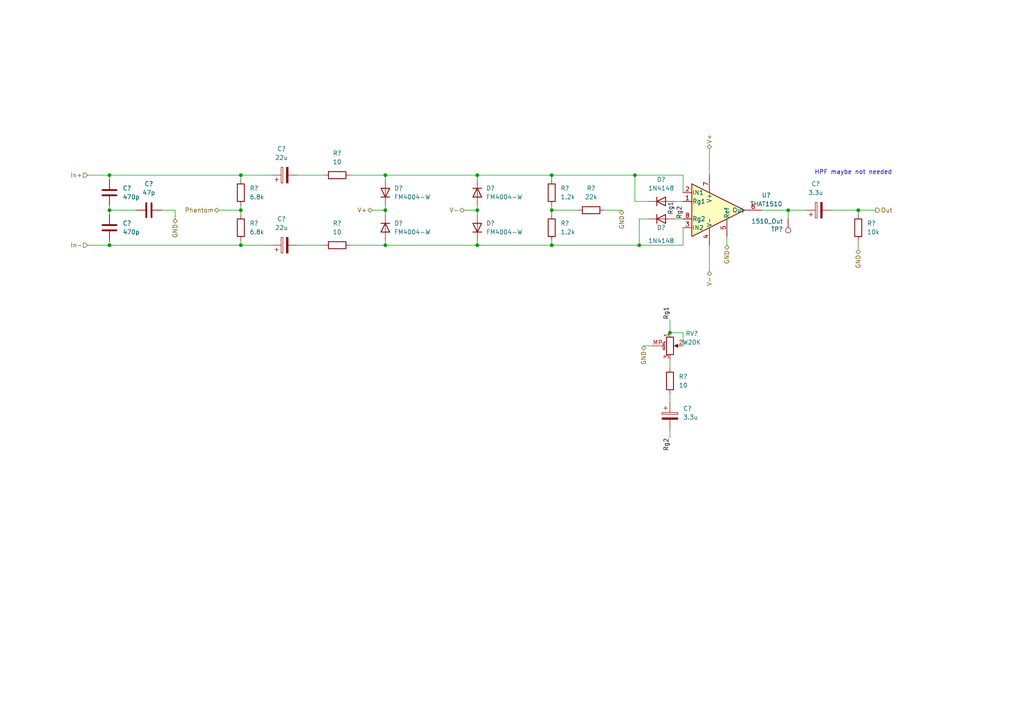
<source format=kicad_sch>
(kicad_sch (version 20211123) (generator eeschema)
  (paper "A4")
  (lib_symbols
    (symbol "Connector:TestPoint" (pin_numbers hide) (pin_names (offset 0.762) hide)
      (property "Reference" "TP" (at 0 6.858 0))
      (property "Value" "TestPoint" (at 0 5.08 0))
      (symbol "TestPoint_0_1"
        (circle (center 0 3.302) (radius 0.762))
      )
      (symbol "TestPoint_1_1"
        (pin passive line (at 0 0 90) (length 2.54) (name "1") (number "1"))
      )
    )
    (symbol "Device:C" (pin_numbers hide) (pin_names (offset 0.254))
      (property "Reference" "C" (at 0.635 2.54 0))
      (property "Value" "C" (at 0.635 -2.54 0))
      (symbol "C_0_1"
        (polyline (pts (xy -2.032 -0.762) (xy 2.032 -0.762)) (stroke (width 0.508)))
        (polyline (pts (xy -2.032 0.762) (xy 2.032 0.762)) (stroke (width 0.508)))
      )
      (symbol "C_1_1"
        (pin passive line (at 0 3.81 270) (length 2.794) (name "~") (number "1"))
        (pin passive line (at 0 -3.81 90) (length 2.794) (name "~") (number "2"))
      )
    )
    (symbol "Device:C_Polarized" (pin_numbers hide) (pin_names (offset 0.254))
      (property "Reference" "C" (at 0.635 2.54 0))
      (property "Value" "C_Polarized" (at 0.635 -2.54 0))
      (symbol "C_Polarized_0_1"
        (rectangle (start -2.286 0.508) (end 2.286 1.016))
        (polyline (pts (xy -1.778 2.286) (xy -0.762 2.286)))
        (polyline (pts (xy -1.27 2.794) (xy -1.27 1.778)))
        (rectangle (start 2.286 -0.508) (end -2.286 -1.016) (fill (type outline)))
      )
      (symbol "C_Polarized_1_1"
        (pin passive line (at 0 3.81 270) (length 2.794) (name "~") (number "1"))
        (pin passive line (at 0 -3.81 90) (length 2.794) (name "~") (number "2"))
      )
    )
    (symbol "Device:D" (pin_numbers hide) (pin_names (offset 1.016) hide)
      (property "Reference" "D" (at 0 2.54 0))
      (property "Value" "D" (at 0 -2.54 0))
      (symbol "D_0_1"
        (polyline (pts (xy -1.27 1.27) (xy -1.27 -1.27)) (stroke (width 0.254)))
        (polyline (pts (xy 1.27 0) (xy -1.27 0)))
        (polyline (pts (xy 1.27 1.27) (xy 1.27 -1.27) (xy -1.27 0) (xy 1.27 1.27)) (stroke (width 0.254)))
      )
      (symbol "D_1_1"
        (pin passive line (at -3.81 0 0) (length 2.54) (name "K") (number "1"))
        (pin passive line (at 3.81 0 180) (length 2.54) (name "A") (number "2"))
      )
    )
    (symbol "Device:R" (pin_numbers hide) (pin_names (offset 0))
      (property "Reference" "R" (at 2.032 0 90))
      (property "Value" "R" (at 0 0 90))
      (symbol "R_0_1"
        (rectangle (start -1.016 -2.54) (end 1.016 2.54) (stroke (width 0.254)))
      )
      (symbol "R_1_1"
        (pin passive line (at 0 3.81 270) (length 1.27) (name "~") (number "1"))
        (pin passive line (at 0 -3.81 90) (length 1.27) (name "~") (number "2"))
      )
    )
    (symbol "Device:R_Potentiometer_MountingPin" (pin_names (offset 1.016) hide)
      (property "Reference" "RV" (at -8.255 0 90))
      (property "Value" "R_Potentiometer_MountingPin" (at -6.35 0 90))
      (symbol "R_Potentiometer_MountingPin_0_1"
        (polyline (pts (xy 2.54 0) (xy 1.524 0)))
        (polyline (pts (xy 1.143 0) (xy 2.286 0.508) (xy 2.286 -0.508)) (fill (type outline)))
        (rectangle (start 1.016 2.54) (end -1.016 -2.54) (stroke (width 0.254)))
      )
      (symbol "R_Potentiometer_MountingPin_1_1"
        (polyline (pts (xy -2.032 1.016) (xy -2.032 -1.016)) (stroke (width 0.1524)))
        (text "Mounting" (at -1.651 0 900) (effects (font (size 0.381 0.381))))
        (pin passive line (at 0 3.81 270) (length 1.27) (name "1") (number "1"))
        (pin passive line (at 3.81 0 180) (length 1.27) (name "2") (number "2"))
        (pin passive line (at 0 -3.81 90) (length 1.27) (name "3") (number "3"))
        (pin passive line (at -5.08 0 0) (length 3.048) (name "MountPin") (number "MP"))
      )
    )
    (symbol "Diode:MRA4004T3G" (pin_numbers hide) (pin_names (offset 1.016) hide)
      (property "Reference" "D" (at 0 2.54 0))
      (property "Value" "MRA4004T3G" (at 0 -2.54 0))
      (symbol "MRA4004T3G_0_1"
        (polyline (pts (xy -1.27 1.27) (xy -1.27 -1.27)) (stroke (width 0.254)))
        (polyline (pts (xy 1.27 0) (xy -1.27 0)))
        (polyline (pts (xy 1.27 1.27) (xy 1.27 -1.27) (xy -1.27 0) (xy 1.27 1.27)) (stroke (width 0.254)))
      )
      (symbol "MRA4004T3G_1_1"
        (pin passive line (at -3.81 0 0) (length 2.54) (name "K") (number "1"))
        (pin passive line (at 3.81 0 180) (length 2.54) (name "A") (number "2"))
      )
    )
    (symbol "pedals:THAT1510" (pin_names (offset 0.127))
      (property "Reference" "U" (at 3.81 7.62 0))
      (property "Value" "THAT1510" (at 5.08 5.08 0))
      (symbol "THAT1510_0_1"
        (polyline (pts (xy -7.62 7.62) (xy -7.62 -7.62) (xy 7.62 0) (xy -7.62 7.62)) (stroke (width 0.254)) (fill (type background)))
      )
      (symbol "THAT1510_1_1"
        (pin passive line (at -10.16 2.54 0) (length 2.54) (name "Rg1") (number "1"))
        (pin input line (at -10.16 5.08 0) (length 2.54) (name "IN1") (number "2"))
        (pin input line (at -10.16 -5.08 0) (length 2.54) (name "IN2") (number "3"))
        (pin power_in line (at -2.54 -10.16 90) (length 5.08) (name "V-") (number "4"))
        (pin bidirectional line (at 2.54 -7.62 90) (length 5.08) (name "Ref") (number "5"))
        (pin output line (at 12.7 0 180) (length 5.08) (name "Out") (number "6"))
        (pin power_in line (at -2.54 10.16 270) (length 5.08) (name "V+") (number "7"))
        (pin passive line (at -10.16 -2.54 0) (length 2.54) (name "Rg2") (number "8"))
      )
    )
  )
  (junction (at 111.76 60.96))
  (junction (at 69.85 71.12))
  (junction (at 185.42 71.12))
  (junction (at 160.02 50.8))
  (junction (at 31.75 71.12))
  (junction (at 111.76 71.12))
  (junction (at 160.02 71.12))
  (junction (at 69.85 50.8))
  (junction (at 194.31 96.52))
  (junction (at 31.75 60.96))
  (junction (at 138.43 50.8))
  (junction (at 138.43 60.96))
  (junction (at 69.85 60.96))
  (junction (at 184.15 50.8))
  (junction (at 31.75 50.8))
  (junction (at 228.6 60.96))
  (junction (at 248.92 60.96))
  (junction (at 111.76 50.8))
  (junction (at 138.43 71.12))
  (junction (at 160.02 60.96))
  (wire (pts (xy 25.4 71.12) (xy 31.75 71.12)))
  (wire (pts (xy 205.74 71.12) (xy 205.74 78.74)))
  (wire (pts (xy 138.43 50.8) (xy 138.43 52.07)))
  (wire (pts (xy 63.5 60.96) (xy 69.85 60.96)))
  (wire (pts (xy 205.74 43.18) (xy 205.74 50.8)))
  (wire (pts (xy 31.75 60.96) (xy 31.75 62.23)))
  (wire (pts (xy 138.43 60.96) (xy 138.43 62.23)))
  (wire (pts (xy 101.6 50.8) (xy 111.76 50.8)))
  (wire (pts (xy 31.75 50.8) (xy 25.4 50.8)))
  (wire (pts (xy 160.02 50.8) (xy 138.43 50.8)))
  (wire (pts (xy 86.36 50.8) (xy 93.98 50.8)))
  (wire (pts (xy 184.15 58.42) (xy 184.15 50.8)))
  (wire (pts (xy 210.82 68.58) (xy 210.82 71.12)))
  (wire (pts (xy 248.92 69.85) (xy 248.92 72.39)))
  (wire (pts (xy 195.58 63.5) (xy 198.12 63.5)))
  (wire (pts (xy 198.12 66.04) (xy 198.12 71.12)))
  (wire (pts (xy 186.69 100.33) (xy 189.23 100.33)))
  (wire (pts (xy 31.75 52.07) (xy 31.75 50.8)))
  (wire (pts (xy 194.31 96.52) (xy 198.12 96.52)))
  (wire (pts (xy 160.02 60.96) (xy 167.64 60.96)))
  (wire (pts (xy 111.76 60.96) (xy 111.76 62.23)))
  (wire (pts (xy 31.75 50.8) (xy 69.85 50.8)))
  (wire (pts (xy 185.42 63.5) (xy 185.42 71.12)))
  (wire (pts (xy 228.6 60.96) (xy 233.68 60.96)))
  (wire (pts (xy 69.85 50.8) (xy 78.74 50.8)))
  (wire (pts (xy 50.8 60.96) (xy 46.99 60.96)))
  (wire (pts (xy 107.95 60.96) (xy 111.76 60.96)))
  (wire (pts (xy 195.58 58.42) (xy 198.12 58.42)))
  (wire (pts (xy 31.75 59.69) (xy 31.75 60.96)))
  (wire (pts (xy 160.02 71.12) (xy 138.43 71.12)))
  (wire (pts (xy 69.85 60.96) (xy 69.85 62.23)))
  (wire (pts (xy 111.76 69.85) (xy 111.76 71.12)))
  (wire (pts (xy 111.76 50.8) (xy 111.76 52.07)))
  (wire (pts (xy 241.3 60.96) (xy 248.92 60.96)))
  (wire (pts (xy 138.43 71.12) (xy 111.76 71.12)))
  (wire (pts (xy 228.6 60.96) (xy 228.6 63.5)))
  (wire (pts (xy 184.15 50.8) (xy 198.12 50.8)))
  (wire (pts (xy 69.85 71.12) (xy 78.74 71.12)))
  (wire (pts (xy 69.85 69.85) (xy 69.85 71.12)))
  (wire (pts (xy 111.76 59.69) (xy 111.76 60.96)))
  (wire (pts (xy 248.92 60.96) (xy 254 60.96)))
  (wire (pts (xy 69.85 52.07) (xy 69.85 50.8)))
  (wire (pts (xy 69.85 59.69) (xy 69.85 60.96)))
  (wire (pts (xy 194.31 124.46) (xy 194.31 127)))
  (wire (pts (xy 198.12 50.8) (xy 198.12 55.88)))
  (wire (pts (xy 39.37 60.96) (xy 31.75 60.96)))
  (wire (pts (xy 248.92 62.23) (xy 248.92 60.96)))
  (wire (pts (xy 138.43 59.69) (xy 138.43 60.96)))
  (wire (pts (xy 31.75 71.12) (xy 69.85 71.12)))
  (wire (pts (xy 187.96 58.42) (xy 184.15 58.42)))
  (wire (pts (xy 86.36 71.12) (xy 93.98 71.12)))
  (wire (pts (xy 138.43 69.85) (xy 138.43 71.12)))
  (wire (pts (xy 160.02 60.96) (xy 160.02 62.23)))
  (wire (pts (xy 194.31 114.3) (xy 194.31 116.84)))
  (wire (pts (xy 194.31 104.14) (xy 194.31 106.68)))
  (wire (pts (xy 185.42 71.12) (xy 160.02 71.12)))
  (wire (pts (xy 220.98 60.96) (xy 228.6 60.96)))
  (wire (pts (xy 160.02 50.8) (xy 184.15 50.8)))
  (wire (pts (xy 111.76 50.8) (xy 138.43 50.8)))
  (wire (pts (xy 160.02 52.07) (xy 160.02 50.8)))
  (wire (pts (xy 31.75 71.12) (xy 31.75 69.85)))
  (wire (pts (xy 101.6 71.12) (xy 111.76 71.12)))
  (wire (pts (xy 198.12 71.12) (xy 185.42 71.12)))
  (wire (pts (xy 194.31 92.71) (xy 194.31 96.52)))
  (wire (pts (xy 160.02 59.69) (xy 160.02 60.96)))
  (wire (pts (xy 50.8 63.5) (xy 50.8 60.96)))
  (wire (pts (xy 134.62 60.96) (xy 138.43 60.96)))
  (wire (pts (xy 160.02 69.85) (xy 160.02 71.12)))
  (wire (pts (xy 175.26 60.96) (xy 180.34 60.96)))
  (wire (pts (xy 198.12 96.52) (xy 198.12 100.33)))
  (wire (pts (xy 187.96 63.5) (xy 185.42 63.5)))
  (text "HPF maybe not needed" (at 236.22 50.8 0) (effects (font (size 1.27 1.27)) (justify left bottom)))
  (label "Rg2" (at 198.12 63.5 90))
  (label "Rg1" (at 194.31 92.71 90))
  (label "Rg2" (at 194.31 127 270))
  (label "Rg1" (at 195.58 58.42 270))
  (hierarchical_label "In+" (shape input) (at 25.4 50.8 180))
  (hierarchical_label "V+" (shape bidirectional) (at 205.74 43.18 90))
  (hierarchical_label "GND" (shape bidirectional) (at 186.69 100.33 270))
  (hierarchical_label "GND" (shape bidirectional) (at 210.82 71.12 270))
  (hierarchical_label "In-" (shape input) (at 25.4 71.12 180))
  (hierarchical_label "GND" (shape bidirectional) (at 248.92 72.39 270))
  (hierarchical_label "Phantom" (shape bidirectional) (at 63.5 60.96 180))
  (hierarchical_label "Out" (shape output) (at 254 60.96 0))
  (hierarchical_label "V-" (shape bidirectional) (at 205.74 78.74 270))
  (hierarchical_label "GND" (shape bidirectional) (at 50.8 63.5 270))
  (hierarchical_label "GND" (shape bidirectional) (at 180.34 60.96 270))
  (hierarchical_label "V-" (shape bidirectional) (at 134.62 60.96 180))
  (hierarchical_label "V+" (shape bidirectional) (at 107.95 60.96 180))
  (symbol (lib_id "Device:C_Polarized") (at 82.55 71.12 90) (unit 1)
    (property "Reference" "C?" (at 81.661 63.5 90))
    (property "Value" "22u" (at 81.661 66.04 90))
  )
  (symbol (lib_id "Diode:MRA4004T3G") (at 138.43 66.04 90) (unit 1)
    (property "Reference" "D?" (at 140.97 64.7699 90) (effects (justify right)))
    (property "Value" "FM4004-W" (at 140.97 67.3099 90) (effects (justify right)))
    (property "Footprint" "Diode_SMD:D_SMA" (effects hide))
    (property "Datasheet" "http://www.onsemi.com/pub_link/Collateral/MRA4003T3-D.PDF" (effects hide))
  )
  (symbol (lib_id "Diode:MRA4004T3G") (at 111.76 55.88 90) (unit 1)
    (property "Reference" "D?" (at 114.3 54.6099 90) (effects (justify right)))
    (property "Value" "FM4004-W" (at 114.3 57.1499 90) (effects (justify right)))
    (property "Footprint" "Diode_SMD:D_SMA" (effects hide))
    (property "Datasheet" "http://www.onsemi.com/pub_link/Collateral/MRA4003T3-D.PDF" (effects hide))
  )
  (symbol (lib_id "Device:R") (at 194.31 110.49 180) (unit 1)
    (property "Reference" "R?" (at 196.85 109.2199 0) (effects (justify right)))
    (property "Value" "10" (at 196.85 111.7599 0) (effects (justify right)))
  )
  (symbol (lib_id "Device:R") (at 160.02 66.04 0) (unit 1)
    (property "Reference" "R?" (at 162.56 64.7699 0) (effects (justify left)))
    (property "Value" "1.2k" (at 162.56 67.3099 0) (effects (justify left)))
  )
  (symbol (lib_id "Device:R") (at 97.79 50.8 90) (unit 1)
    (property "Reference" "R?" (at 97.79 44.45 90))
    (property "Value" "10" (at 97.79 46.99 90))
  )
  (symbol (lib_id "Device:C_Polarized") (at 237.49 60.96 90) (unit 1)
    (property "Reference" "C?" (at 236.601 53.34 90))
    (property "Value" "3.3u" (at 236.601 55.88 90))
  )
  (symbol (lib_id "Diode:MRA4004T3G") (at 111.76 66.04 270) (unit 1)
    (property "Reference" "D?" (at 114.3 64.7699 90) (effects (justify left)))
    (property "Value" "FM4004-W" (at 114.3 67.3099 90) (effects (justify left)))
    (property "Footprint" "Diode_SMD:D_SMA" (effects hide))
    (property "Datasheet" "http://www.onsemi.com/pub_link/Collateral/MRA4003T3-D.PDF" (effects hide))
  )
  (symbol (lib_id "Device:C_Polarized") (at 194.31 120.65 0) (unit 1)
    (property "Reference" "C?" (at 198.12 118.4909 0) (effects (justify left)))
    (property "Value" "3.3u" (at 198.12 121.0309 0) (effects (justify left)))
  )
  (symbol (lib_id "Device:R") (at 160.02 55.88 0) (unit 1)
    (property "Reference" "R?" (at 162.56 54.6099 0) (effects (justify left)))
    (property "Value" "1.2k" (at 162.56 57.1499 0) (effects (justify left)))
  )
  (symbol (lib_id "Device:D") (at 191.77 58.42 0) (unit 1)
    (property "Reference" "D?" (at 191.77 52.07 0))
    (property "Value" "1N4148" (at 191.77 54.61 0))
  )
  (symbol (lib_id "pedals:THAT1510") (at 208.28 60.96 0) (unit 1)
    (property "Reference" "U?" (at 222.25 56.6293 0))
    (property "Value" "THAT1510" (at 222.25 59.1693 0))
    (property "Footprint" "Package_SO:SOIC-8_3.9x4.9mm_P1.27mm" (effects hide))
    (property "Datasheet" "https://thatcorp.com/wp-content/uploads/2020/10/THAT_1510-1512_Datasheet.pdf" (effects hide))
  )
  (symbol (lib_id "Device:R_Potentiometer_MountingPin") (at 194.31 100.33 0) (unit 1)
    (property "Reference" "RV?" (at 200.66 96.7486 0))
    (property "Value" "W20K" (at 200.66 99.2886 0))
  )
  (symbol (lib_id "Device:D") (at 191.77 63.5 0) (unit 1)
    (property "Reference" "D?" (at 191.77 66.04 0))
    (property "Value" "1N4148" (at 191.77 69.85 0))
  )
  (symbol (lib_id "Device:R") (at 248.92 66.04 0) (unit 1)
    (property "Reference" "R?" (at 251.46 64.7699 0) (effects (justify left)))
    (property "Value" "10k" (at 251.46 67.3099 0) (effects (justify left)))
  )
  (symbol (lib_id "Device:C") (at 31.75 55.88 0) (unit 1)
    (property "Reference" "C?" (at 35.56 54.6099 0) (effects (justify left)))
    (property "Value" "470p" (at 35.56 57.1499 0) (effects (justify left)))
  )
  (symbol (lib_id "Diode:MRA4004T3G") (at 138.43 55.88 270) (unit 1)
    (property "Reference" "D?" (at 140.97 54.6099 90) (effects (justify left)))
    (property "Value" "FM4004-W" (at 140.97 57.1499 90) (effects (justify left)))
    (property "Footprint" "Diode_SMD:D_SMA" (effects hide))
    (property "Datasheet" "http://www.onsemi.com/pub_link/Collateral/MRA4003T3-D.PDF" (effects hide))
  )
  (symbol (lib_id "Device:R") (at 69.85 66.04 0) (unit 1)
    (property "Reference" "R?" (at 72.39 64.7699 0) (effects (justify left)))
    (property "Value" "6.8k" (at 72.39 67.3099 0) (effects (justify left)))
  )
  (symbol (lib_id "Connector:TestPoint") (at 228.6 63.5 180) (unit 1)
    (property "Reference" "TP?" (at 227.1268 66.4972 0) (effects (justify left)))
    (property "Value" "1510_Out" (at 227.1268 64.1858 0) (effects (justify left)))
    (property "Footprint" "TestPoint:TestPoint_THTPad_D1.5mm_Drill0.7mm" (effects hide))
  )
  (symbol (lib_id "Device:R") (at 69.85 55.88 0) (unit 1)
    (property "Reference" "R?" (at 72.39 54.6099 0) (effects (justify left)))
    (property "Value" "6.8k" (at 72.39 57.1499 0) (effects (justify left)))
  )
  (symbol (lib_id "Device:C") (at 31.75 66.04 0) (unit 1)
    (property "Reference" "C?" (at 35.56 64.7699 0) (effects (justify left)))
    (property "Value" "470p" (at 35.56 67.3099 0) (effects (justify left)))
  )
  (symbol (lib_id "Device:R") (at 171.45 60.96 90) (unit 1)
    (property "Reference" "R?" (at 171.45 54.61 90))
    (property "Value" "22k" (at 171.45 57.15 90))
  )
  (symbol (lib_id "Device:R") (at 97.79 71.12 90) (unit 1)
    (property "Reference" "R?" (at 97.79 64.77 90))
    (property "Value" "10" (at 97.79 67.31 90))
  )
  (symbol (lib_id "Device:C_Polarized") (at 82.55 50.8 90) (unit 1)
    (property "Reference" "C?" (at 81.661 43.18 90))
    (property "Value" "22u" (at 81.661 45.72 90))
  )
  (symbol (lib_id "Device:C") (at 43.18 60.96 90) (unit 1)
    (property "Reference" "C?" (at 43.18 53.34 90))
    (property "Value" "47p" (at 43.18 55.88 90))
  )
)
</source>
